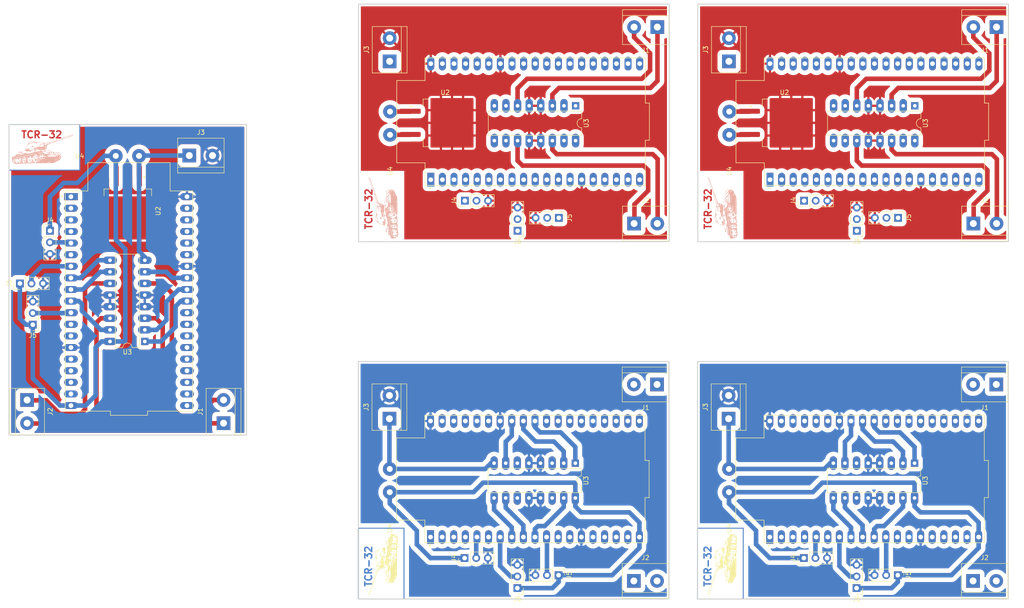
<source format=kicad_pcb>
(kicad_pcb (version 20240108) (generator "pcbnew") (generator_version "8.0")
  (layers (0 "F.Cu" signal) (31 "B.Cu" signal) (34 "B.Paste" user) (35 "F.Paste" user) (36 "B.SilkS" user "B.Silkscreen") (37 "F.SilkS" user "F.Silkscreen") (38 "B.Mask" user) (39 "F.Mask" user) (44 "Edge.Cuts" user))
  (net 0 "")
  (net 1 "Net-(J2-Pin_2)")
  (net 2 "Net-(J2-Pin_1)")
  (net 3 "Net-(J1-Pin_1)")
  (net 4 "Net-(J1-Pin_2)")
  (net 5 "+")
  (net 6 "GND")
  (net 7 "Sr1")
  (net 8 "OUT")
  (net 9 "B1")
  (net 10 "A1")
  (net 11 "A3")
  (net 12 "B2")
  (net 13 "A2")
  (net 14 "B3")
  (net 34 "+5V")
  (net 41 "Sr2")
  (footprint "TerminalBlock:TerminalBlock_bornier-2_P5.08mm" (layer "F.Cu") (at 151.385 106.65 180)
    (property "Reference" "J1")
    (property "Value" "Screw_Terminal_01x02")
  )
  (footprint "" (layer "F.Cu") (at 32.92 56.625)
    (property "Reference" "")
    (property "Value" "")
  )
  (footprint "TerminalBlock:TerminalBlock_bornier-2_P5.08mm" (layer "F.Cu") (at 167.055 114.15 90)
    (property "Reference" "J3")
    (property "Value" "Screw_Terminal_01x02")
  )
  (footprint "Connector_PinHeader_2.54mm:PinHeader_1x03_P2.54mm_Vertical" (layer "F.Cu") (at 204.135 70.1825 -90)
    (property "Reference" "J5")
    (property "Value" "LM393")
  )
  (footprint "" (layer "F.Cu") (at 92.88 125.15 90)
    (property "Reference" "")
    (property "Value" "")
  )
  (footprint "" (layer "F.Cu") (at 92.935 52.0125 90)
    (property "Reference" "")
    (property "Value" "")
  )
  (footprint "huellas:MODULE_DEVKIT_V1_ESP32-WROOM-32" (layer "F.Cu") (at 124.71 49.1325 90)
    (property "Reference" "U4")
    (property "Value" "DEVKIT_V1_ESP32-WROOM-32")
  )
  (footprint "Connector_PinHeader_2.54mm:PinHeader_1x03_P2.54mm_Vertical" (layer "F.Cu") (at 195.055 151.23 180)
    (property "Reference" "J6")
    (property "Value" "Servomotor")
  )
  (footprint "Connector_PinHeader_2.54mm:PinHeader_1x03_P2.54mm_Vertical" (layer "F.Cu") (at 109.265 144.65 90)
    (property "Reference" "J4")
    (property "Value" "Servomotor")
  )
  (footprint "Connector_PinHeader_2.54mm:PinHeader_1x03_P2.54mm_Vertical" (layer "F.Cu") (at 14.75 93.575 180)
    (property "Reference" "J5")
    (property "Value" "LM393")
  )
  (footprint "TerminalBlock:TerminalBlock_bornier-2_P5.08mm" (layer "F.Cu") (at 151.44 28.4325 180)
    (property "Reference" "J1")
    (property "Value" "Screw_Terminal_01x02")
  )
  (footprint "TerminalBlock:TerminalBlock_bornier-2_P5.08mm" (layer "F.Cu") (at 220.61 71.4325)
    (property "Reference" "J2")
    (property "Value" "Screw_Terminal_01x02")
  )
  (footprint "" (layer "F.Cu") (at 92.88 130.23 90)
    (property "Reference" "")
    (property "Value" "")
  )
  (footprint "TerminalBlock:TerminalBlock_bornier-2_P5.08mm" (layer "F.Cu") (at 13.5 110.05 -90)
    (property "Reference" "J2")
    (property "Value" "Screw_Terminal_01x02")
  )
  (footprint "Package_DIP:DIP-16_W7.62mm" (layer "F.Cu") (at 207.805 45.6625 -90)
    (property "Reference" "U3")
    (property "Value" "L293D")
  )
  (footprint "Connector_PinHeader_2.54mm:PinHeader_1x03_P2.54mm_Vertical" (layer "F.Cu") (at 183.515 144.65 90)
    (property "Reference" "J4")
    (property "Value" "Servomotor")
  )
  (footprint "" (layer "F.Cu") (at 92.935 46.9325 90)
    (property "Reference" "")
    (property "Value" "")
  )
  (footprint "Connector_PinHeader_2.54mm:PinHeader_1x03_P2.54mm_Vertical" (layer "F.Cu") (at 18.5 73.01)
    (property "Reference" "J4")
    (property "Value" "Servomotor")
  )
  (footprint "TerminalBlock:TerminalBlock_bornier-2_P5.08mm" (layer "F.Cu") (at 56.5 115.13 90)
    (property "Reference" "J1")
    (property "Value" "Screw_Terminal_01x02")
  )
  (footprint "Connector_PinHeader_2.54mm:PinHeader_1x03_P2.54mm_Vertical" (layer "F.Cu") (at 120.86 73.0125 180)
    (property "Reference" "J6")
    (property "Value" "Servomotor")
  )
  (footprint "TerminalBlock:TerminalBlock_bornier-2_P5.08mm" (layer "F.Cu") (at 225.635 106.65 180)
    (property "Reference" "J1")
    (property "Value" "Screw_Terminal_01x02")
  )
  (footprint "Connector_PinHeader_2.54mm:PinHeader_1x03_P2.54mm_Vertical" (layer "F.Cu") (at 120.805 151.23 180)
    (property "Reference" "J6")
    (property "Value" "Servomotor")
  )
  (footprint "TerminalBlock:TerminalBlock_bornier-2_P5.08mm" (layer "F.Cu") (at 167.11 35.9325 90)
    (property "Reference" "J3")
    (property "Value" "Screw_Terminal_01x02")
  )
  (footprint "Connector_PinHeader_2.54mm:PinHeader_1x03_P2.54mm_Vertical" (layer "F.Cu") (at 204.08 148.4 -90)
    (property "Reference" "J5")
    (property "Value" "LM393")
  )
  (footprint "huellas:MODULE_DEVKIT_V1_ESP32-WROOM-32" (layer "F.Cu") (at 35.8 88.4)
    (property "Reference" "U4")
    (property "Value" "DEVKIT_V1_ESP32-WROOM-32")
  )
  (footprint "huellas:MODULE_DEVKIT_V1_ESP32-WROOM-32" (layer "F.Cu") (at 124.655 127.35 90)
    (property "Reference" "U4")
    (property "Value" "DEVKIT_V1_ESP32-WROOM-32")
  )
  (footprint "TerminalBlock:TerminalBlock_bornier-2_P5.08mm" (layer "F.Cu") (at 92.86 35.9325 90)
    (property "Reference" "J3")
    (property "Value" "Screw_Terminal_01x02")
  )
  (footprint "TerminalBlock:TerminalBlock_bornier-2_P5.08mm" (layer "F.Cu") (at 49 56.55)
    (property "Reference" "J3")
    (property "Value" "Screw_Terminal_01x02")
  )
  (footprint "Package_DIP:DIP-16_W7.62mm" (layer "F.Cu") (at 39.27 97.245 180)
    (property "Reference" "U3")
    (property "Value" "L293D")
  )
  (footprint "" (layer "F.Cu") (at 167.13 130.23 90)
    (property "Reference" "")
    (property "Value" "")
  )
  (footprint "Package_DIP:DIP-16_W7.62mm" (layer "F.Cu") (at 133.555 45.6625 -90)
    (property "Reference" "U3")
    (property "Value" "L293D")
  )
  (footprint "Connector_PinHeader_2.54mm:PinHeader_1x03_P2.54mm_Vertical" (layer "F.Cu") (at 11.92 84.55 90)
    (property "Reference" "J6")
    (property "Value" "Servomotor")
  )
  (footprint "Connector_PinHeader_2.54mm:PinHeader_1x03_P2.54mm_Vertical" (layer "F.Cu") (at 129.83 148.4 -90)
    (property "Reference" "J5")
    (property "Value" "LM393")
  )
  (footprint "TerminalBlock:TerminalBlock_bornier-2_P5.08mm" (layer "F.Cu") (at 220.555 149.65)
    (property "Reference" "J2")
    (property "Value" "Screw_Terminal_01x02")
  )
  (footprint "TerminalBlock:TerminalBlock_bornier-2_P5.08mm" (layer "F.Cu") (at 146.305 149.65)
    (property "Reference" "J2")
    (property "Value" "Screw_Terminal_01x02")
  )
  (footprint "Package_TO_SOT_SMD:TO-263-2" (layer "F.Cu") (at 105.01 49.3925)
    (property "Reference" "U2")
    (property "Value" "L7805")
  )
  (footprint "LOGO" (layer "F.Cu") (at 90.919955 146.180006 90)
    (property "Reference" "G***" (hide yes))
    (property "Value" "LOGO" (hide yes))
  )
  (footprint "Package_DIP:DIP-16_W7.62mm" (layer "F.Cu") (at 207.75 123.88 -90)
    (property "Reference" "U3")
    (property "Value" "L293D")
  )
  (footprint "TerminalBlock:TerminalBlock_bornier-2_P5.08mm" (layer "F.Cu") (at 92.805 114.15 90)
    (property "Reference" "J3")
    (property "Value" "Screw_Terminal_01x02")
  )
  (footprint "" (layer "F.Cu") (at 167.185 52.0125 90)
    (property "Reference" "")
    (property "Value" "")
  )
  (footprint "Connector_PinHeader_2.54mm:PinHeader_1x03_P2.54mm_Vertical" (layer "F.Cu") (at 109.32 66.4325 90)
    (property "Reference" "J4")
    (property "Value" "Servomotor")
  )
  (footprint "Package_DIP:DIP-16_W7.62mm" (layer "F.Cu") (at 133.5 123.88 -90)
    (property "Reference" "U3")
    (property "Value" "L293D")
  )
  (footprint "" (layer "F.Cu") (at 167.13 125.15 90)
    (property "Reference" "")
    (property "Value" "")
  )
  (footprint "" (layer "F.Cu") (at 38 56.625)
    (property "Reference" "")
    (property "Value" "")
  )
  (footprint "Connector_PinHeader_2.54mm:PinHeader_1x03_P2.54mm_Vertical" (layer "F.Cu") (at 129.885 70.1825 -90)
    (property "Reference" "J5")
    (property "Value" "LM393")
  )
  (footprint "Connector_PinHeader_2.54mm:PinHeader_1x03_P2.54mm_Vertical" (layer "F.Cu") (at 195.11 73.0125 180)
    (property "Reference" "J6")
    (property "Value" "Servomotor")
  )
  (footprint "LOGO" (layer "F.Cu") (at 165.169955 146.180006 90)
    (property "Reference" "G***" (hide yes))
    (property "Value" "LOGO" (hide yes))
  )
  (footprint "Package_TO_SOT_SMD:TO-263-2" (layer "F.Cu") (at 179.26 49.3925)
    (property "Reference" "U2")
    (property "Value" "L7805")
  )
  (footprint "" (layer "F.Cu") (at 167.185 46.9325 90)
    (property "Reference" "")
    (property "Value" "")
  )
  (footprint "TerminalBlock:TerminalBlock_bornier-2_P5.08mm" (layer "F.Cu") (at 225.69 28.4325 180)
    (property "Reference" "J1")
    (property "Value" "Screw_Terminal_01x02")
  )
  (footprint "huellas:MODULE_DEVKIT_V1_ESP32-WROOM-32" (layer "F.Cu") (at 198.905 127.35 90)
    (property "Reference" "U4")
    (property "Value" "DEVKIT_V1_ESP32-WROOM-32")
  )
  (footprint "Package_TO_SOT_SMD:TO-263-2" (layer "F.Cu") (at 35.54 68.7 -90)
    (property "Reference" "U2")
    (property "Value" "L7805")
  )
  (footprint "TerminalBlock:TerminalBlock_bornier-2_P5.08mm" (layer "F.Cu") (at 146.36 71.4325)
    (property "Reference" "J2")
    (property "Value" "Screw_Terminal_01x02")
  )
  (footprint "huellas:MODULE_DEVKIT_V1_ESP32-WROOM-32" (layer "F.Cu") (at 198.96 49.1325 90)
    (property "Reference" "U4")
    (property "Value" "DEVKIT_V1_ESP32-WROOM-32")
  )
  (footprint "Connector_PinHeader_2.54mm:PinHeader_1x03_P2.54mm_Vertical" (layer "F.Cu") (at 183.57 66.4325 90)
    (property "Reference" "J4")
    (property "Value" "Servomotor")
  )
  (footprint "LOGO" (layer "B.Cu") (at 165.224955 67.962506 -90)
    (property "Reference" "G***" (hide yes))
    (property "Value" "LOGO" (hide yes))
  )
  (footprint "LOGO" (layer "B.Cu") (at 16.969994 54.664955 180)
    (property "Reference" "G***" (hide yes))
    (property "Value" "LOGO" (hide yes))
  )
  (footprint "LOGO" (layer "B.Cu") (at 90.974955 67.962506 -90)
    (property "Reference" "G***" (hide yes))
    (property "Value" "LOGO" (hide yes))
  )
  (gr_line (start 170.25 153.6175) (end 170.25 138.1175) (stroke (width 0.2)) (layer "B.Cu"))
  (gr_line (start 96 138.1175) (end 86 138.1175) (stroke (width 0.2)) (layer "B.Cu"))
  (gr_line (start 170.25 138.1175) (end 160.25 138.1175) (stroke (width 0.2)) (layer "B.Cu"))
  (gr_line (start 25.0325 59.745) (end 25.0325 49.745) (stroke (width 0.2)) (layer "B.Cu"))
  (gr_line (start 160.25 138.1175) (end 160.25 153.6175) (stroke (width 0.2)) (layer "B.Cu"))
  (gr_line (start 25.0325 49.745) (end 9.5325 49.745) (stroke (width 0.2)) (layer "B.Cu"))
  (gr_line (start 96 153.6175) (end 96 138.1175) (stroke (width 0.2)) (layer "B.Cu"))
  (gr_line (start 86 138.1175) (end 86 153.6175) (stroke (width 0.2)) (layer "B.Cu"))
  (gr_line (start 9.5325 59.745) (end 25.0325 59.745) (stroke (width 0.2)) (layer "B.Cu"))
  (gr_rect (start 86.055 23.4) (end 154.055 75.4) (stroke (width 0.2)) (fill none) (layer "Edge.Cuts"))
  (gr_rect (start 9.5325 49.745) (end 61.5325 117.745) (stroke (width 0.2)) (fill none) (layer "Edge.Cuts"))
  (gr_rect (start 160.305 23.4) (end 228.305 75.4) (stroke (width 0.2)) (fill none) (layer "Edge.Cuts"))
  (gr_rect (start 160.25 101.6175) (end 228.25 153.6175) (stroke (width 0.2)) (fill none) (layer "Edge.Cuts"))
  (gr_rect (start 86 101.6175) (end 154 153.6175) (stroke (width 0.2)) (fill none) (layer "Edge.Cuts"))
  (gr_text "TCR-32" (at 12.075326 52.857546 0) (layer "F.Cu") (effects (font (size 1.5 1.5) (thickness 0.3) (bold yes)) (justify left bottom)))
  (gr_text "TCR-32" (at 89.167546 72.857174 90) (layer "F.Cu") (effects (font (size 1.5 1.5) (thickness 0.3) (bold yes)) (justify left bottom)))
  (gr_text "TCR-32" (at 163.417546 72.857174 90) (layer "F.Cu") (effects (font (size 1.5 1.5) (thickness 0.3) (bold yes)) (justify left bottom)))
  (gr_text "TCR-32" (at 89.112546 151.074674 90) (layer "B.Cu") (effects (font (size 1.5 1.5) (thickness 0.3) (bold yes)) (justify left bottom)))
  (gr_text "TCR-32" (at 163.362546 151.074674 90) (layer "B.Cu") (effects (font (size 1.5 1.5) (thickness 0.3) (bold yes)) (justify left bottom)))
  (segment (start 13.575 115.205) (end 27.605 115.205) (width 1) (layer "F.Cu") (net 1))
  (segment (start 13.5 115.13) (end 13.575 115.205) (width 1) (layer "F.Cu") (net 1))
  (segment (start 151.44 71.4325) (end 151.515 71.3575) (width 1) (layer "F.Cu") (net 1))
  (segment (start 29.645 92.165) (end 31.65 92.165) (width 1) (layer "F.Cu") (net 1))
  (segment (start 225.69 71.4325) (end 225.765 71.3575) (width 1) (layer "F.Cu") (net 1))
  (segment (start 28.685 93.125) (end 29.645 92.165) (width 1) (layer "F.Cu") (net 1))
  (segment (start 27.605 115.205) (end 28.685 114.125) (width 1) (layer "F.Cu") (net 1))
  (segment (start 202.725 55.2875) (end 202.725 53.2825) (width 1) (layer "F.Cu") (net 1))
  (segment (start 224.685 56.2475) (end 203.685 56.2475) (width 1) (layer "F.Cu") (net 1))
  (segment (start 225.765 57.3275) (end 224.685 56.2475) (width 1) (layer "F.Cu") (net 1))
  (segment (start 151.515 57.3275) (end 150.435 56.2475) (width 1) (layer "F.Cu") (net 1))
  (segment (start 150.435 56.2475) (end 129.435 56.2475) (width 1) (layer "F.Cu") (net 1))
  (segment (start 151.515 71.3575) (end 151.515 57.3275) (width 1) (layer "F.Cu") (net 1))
  (segment (start 128.475 55.2875) (end 128.475 53.2825) (width 1) (layer "F.Cu") (net 1))
  (segment (start 225.765 71.3575) (end 225.765 57.3275) (width 1) (layer "F.Cu") (net 1))
  (segment (start 129.435 56.2475) (end 128.475 55.2875) (width 1) (layer "F.Cu") (net 1))
  (segment (start 28.685 114.125) (end 28.685 93.125) (width 1) (layer "F.Cu") (net 1))
  (segment (start 203.685 56.2475) (end 202.725 55.2875) (width 1) (layer "F.Cu") (net 1))
  (segment (start 223.685 59.7475) (end 223.685 64.2475) (width 1) (layer "F.Cu") (net 2))
  (segment (start 148.435 58.7475) (end 149.435 59.7475) (width 1) (layer "F.Cu") (net 2))
  (segment (start 146.435 67.2475) (end 146.435 71.3575) (width 1) (layer "F.Cu") (net 2))
  (segment (start 196.185 58.7475) (end 222.685 58.7475) (width 1) (layer "F.Cu") (net 2))
  (segment (start 13.575 110.125) (end 13.5 110.05) (width 1) (layer "F.Cu") (net 2))
  (segment (start 149.435 59.7475) (end 149.435 64.2475) (width 1) (layer "F.Cu") (net 2))
  (segment (start 31.65 84.545) (end 27.265 84.545) (width 1) (layer "F.Cu") (net 2))
  (segment (start 17.685 110.125) (end 13.575 110.125) (width 1) (layer "F.Cu") (net 2))
  (segment (start 220.685 71.3575) (end 220.61 71.4325) (width 1) (layer "F.Cu") (net 2))
  (segment (start 20.685 113.125) (end 17.685 110.125) (width 1) (layer "F.Cu") (net 2))
  (segment (start 121.935 58.7475) (end 148.435 58.7475) (width 1) (layer "F.Cu") (net 2))
  (segment (start 26.185 85.625) (end 26.185 112.125) (width 1) (layer "F.Cu") (net 2))
  (segment (start 195.105 57.6675) (end 196.185 58.7475) (width 1) (layer "F.Cu") (net 2))
  (segment (start 146.435 71.3575) (end 146.36 71.4325) (width 1) (layer "F.Cu") (net 2))
  (segment (start 120.855 57.6675) (end 121.935 58.7475) (width 1) (layer "F.Cu") (net 2))
  (segment (start 26.185 112.125) (end 25.185 113.125) (width 1) (layer "F.Cu") (net 2))
  (segment (start 222.685 58.7475) (end 223.685 59.7475) (width 1) (layer "F.Cu") (net 2))
  (segment (start 223.685 64.2475) (end 220.685 67.2475) (width 1) (layer "F.Cu") (net 2))
  (segment (start 27.265 84.545) (end 26.185 85.625) (width 1) (layer "F.Cu") (net 2))
  (segment (start 149.435 64.2475) (end 146.435 67.2475) (width 1) (layer "F.Cu") (net 2))
  (segment (start 195.105 53.2825) (end 195.105 57.6675) (width 1) (layer "F.Cu") (net 2))
  (segment (start 220.685 67.2475) (end 220.685 71.3575) (width 1) (layer "F.Cu") (net 2))
  (segment (start 25.185 113.125) (end 20.685 113.125) (width 1) (layer "F.Cu") (net 2))
  (segment (start 120.855 53.2825) (end 120.855 57.6675) (width 1) (layer "F.Cu") (net 2))
  (segment (start 202.725 43.2075) (end 202.725 45.6625) (width 1) (layer "F.Cu") (net 3))
  (segment (start 149.935 41.7475) (end 129.935 41.7475) (width 1) (layer "F.Cu") (net 3))
  (segment (start 44.725 115.165) (end 43.185 113.625) (width 1) (layer "F.Cu") (net 3))
  (segment (start 56.465 115.165) (end 44.725 115.165) (width 1) (layer "F.Cu") (net 3))
  (segment (start 43.185 93.625) (end 41.725 92.165) (width 1) (layer "F.Cu") (net 3))
  (segment (start 225.69 28.4325) (end 225.725 28.4675) (width 1) (layer "F.Cu") (net 3))
  (segment (start 151.475 40.2075) (end 149.935 41.7475) (width 1) (layer "F.Cu") (net 3))
  (segment (start 128.475 43.2075) (end 128.475 45.6625) (width 1) (layer "F.Cu") (net 3))
  (segment (start 43.185 113.625) (end 43.185 93.625) (width 1) (layer "F.Cu") (net 3))
  (segment (start 225.725 28.4675) (end 225.725 40.2075) (width 1) (layer "F.Cu") (net 3))
  (segment (start 151.44 28.4325) (end 151.475 28.4675) (width 1) (layer "F.Cu") (net 3))
  (segment (start 204.185 41.7475) (end 202.725 43.2075) (width 1) (layer "F.Cu") (net 3))
  (segment (start 151.475 28.4675) (end 151.475 40.2075) (width 1) (layer "F.Cu") (net 3))
  (segment (start 129.935 41.7475) (end 128.475 43.2075) (width 1) (layer "F.Cu") (net 3))
  (segment (start 41.725 92.165) (end 39.27 92.165) (width 1) (layer "F.Cu") (net 3))
  (segment (start 56.5 115.13) (end 56.465 115.165) (width 1) (layer "F.Cu") (net 3))
  (segment (start 224.185 41.7475) (end 204.185 41.7475) (width 1) (layer "F.Cu") (net 3))
  (segment (start 225.725 40.2075) (end 224.185 41.7475) (width 1) (layer "F.Cu") (net 3))
  (segment (start 220.61 30.6725) (end 220.61 28.4325) (width 1) (layer "F.Cu") (net 4))
  (segment (start 222.295 39.7475) (end 224.11 37.9325) (width 1) (layer "F.Cu") (net 4))
  (segment (start 43.105 84.545) (end 45.185 86.625) (width 1) (layer "F.Cu") (net 4))
  (segment (start 45.185 111.735) (end 47 113.55) (width 1) (layer "F.Cu") (net 4))
  (segment (start 45.185 86.625) (end 45.185 111.735) (width 1) (layer "F.Cu") (net 4))
  (segment (start 146.36 30.6725) (end 146.36 28.4325) (width 1) (layer "F.Cu") (net 4))
  (segment (start 149.86 34.1725) (end 146.36 30.6725) (width 1) (layer "F.Cu") (net 4))
  (segment (start 54.26 110.05) (end 56.5 110.05) (width 1) (layer "F.Cu") (net 4))
  (segment (start 149.86 37.9325) (end 149.86 34.1725) (width 1) (layer "F.Cu") (net 4))
  (segment (start 195.105 41.8275) (end 197.185 39.7475) (width 1) (layer "F.Cu") (net 4))
  (segment (start 39.27 84.545) (end 43.105 84.545) (width 1) (layer "F.Cu") (net 4))
  (segment (start 224.11 34.1725) (end 220.61 30.6725) (width 1) (layer "F.Cu") (net 4))
  (segment (start 47 113.55) (end 50.76 113.55) (width 1) (layer "F.Cu") (net 4))
  (segment (start 197.185 39.7475) (end 222.295 39.7475) (width 1) (layer "F.Cu") (net 4))
  (segment (start 122.935 39.7475) (end 148.045 39.7475) (width 1) (layer "F.Cu") (net 4))
  (segment (start 195.105 45.6625) (end 195.105 41.8275) (width 1) (layer "F.Cu") (net 4))
  (segment (start 120.855 41.8275) (end 122.935 39.7475) (width 1) (layer "F.Cu") (net 4))
  (segment (start 148.045 39.7475) (end 149.86 37.9325) (width 1) (layer "F.Cu") (net 4))
  (segment (start 50.76 113.55) (end 54.26 110.05) (width 1) (layer "F.Cu") (net 4))
  (segment (start 120.855 45.6625) (end 120.855 41.8275) (width 1) (layer "F.Cu") (net 4))
  (segment (start 224.11 37.9325) (end 224.11 34.1725) (width 1) (layer "F.Cu") (net 4))
  (segment (start 38 61.05) (end 38 56.625) (width 1) (layer "F.Cu") (net 5))
  (segment (start 171.61 46.9325) (end 167.185 46.9325) (width 1) (layer "F.Cu") (net 5))
  (segment (start 97.36 46.9325) (end 92.935 46.9325) (width 1) (layer "F.Cu") (net 5))
  (segment (start 115.72 123.88) (end 115.035 123.88) (width 1) (layer "B.Cu") (net 5))
  (segment (start 39.27 78.78) (end 38 77.51) (width 1) (layer "B.Cu") (net 5))
  (segment (start 38.075 56.55) (end 38 56.625) (width 1) (layer "B.Cu") (net 5))
  (segment (start 92.805 125.075) (end 92.88 125.15) (width 1) (layer "B.Cu") (net 5))
  (segment (start 189.285 123.88) (end 188.015 125.15) (width 1) (layer "B.Cu") (net 5))
  (segment (start 167.055 114.15) (end 167.055 125.075) (width 1) (layer "B.Cu") (net 5))
  (segment (start 188.015 125.15) (end 167.13 125.15) (width 1) (layer "B.Cu") (net 5))
  (segment (start 39.27 79.465) (end 39.27 78.78) (width 1) (layer "B.Cu") (net 5))
  (segment (start 167.055 125.075) (end 167.13 125.15) (width 1) (layer "B.Cu") (net 5))
  (segment (start 115.035 123.88) (end 113.765 125.15) (width 1) (layer "B.Cu") (net 5))
  (segment (start 49 56.55) (end 38.075 56.55) (width 1) (layer "B.Cu") (net 5))
  (segment (start 189.97 123.88) (end 189.285 123.88) (width 1) (layer "B.Cu") (net 5))
  (segment (start 92.805 114.15) (end 92.805 125.075) (width 1) (layer "B.Cu") (net 5))
  (segment (start 113.765 125.15) (end 92.88 125.15) (width 1) (layer "B.Cu") (net 5))
  (segment (start 38 77.51) (end 38 56.625) (width 1) (layer "B.Cu") (net 5))
  (segment (start 120.805 146.15) (end 120.805 145.65) (width 1) (layer "B.Cu") (net 6))
  (segment (start 195.055 146.15) (end 195.055 145.65) (width 1) (layer "B.Cu") (net 6))
  (segment (start 17 84.55) (end 17.5 84.55) (width 1) (layer "B.Cu") (net 6))
  (segment (start 186.055 140.21) (end 186.215 140.05) (width 1) (layer "B.Cu") (net 7))
  (segment (start 111.805 144.65) (end 111.805 140.21) (width 1) (layer "B.Cu") (net 7))
  (segment (start 18.5 75.55) (end 22.94 75.55) (width 1) (layer "B.Cu") (net 7))
  (segment (start 22.94 75.55) (end 23.1 75.71) (width 1) (layer "B.Cu") (net 7))
  (segment (start 111.805 140.21) (end 111.965 140.05) (width 1) (layer "B.Cu") (net 7))
  (segment (start 186.055 144.65) (end 186.055 140.21) (width 1) (layer "B.Cu") (net 7))
  (segment (start 127.29 148.4) (end 127.29 140.135) (width 1) (layer "B.Cu") (net 8))
  (segment (start 14.75 91.035) (end 23.015 91.035) (width 1) (layer "B.Cu") (net 8))
  (segment (start 127.29 140.135) (end 127.205 140.05) (width 1) (layer "B.Cu") (net 8))
  (segment (start 201.54 140.135) (end 201.455 140.05) (width 1) (layer "B.Cu") (net 8))
  (segment (start 201.54 148.4) (end 201.54 140.135) (width 1) (layer "B.Cu") (net 8))
  (segment (start 23.015 91.035) (end 23.1 90.95) (width 1) (layer "B.Cu") (net 8))
  (segment (start 130.96 133.495) (end 126.805 137.65) (width 1) (layer "B.Cu") (net 9))
  (segment (start 205.21 131.5) (end 205.21 133.495) (width 1) (layer "B.Cu") (net 9))
  (segment (start 25.5 89.05) (end 24.86 88.41) (width 1) (layer "B.Cu") (net 9))
  (segment (start 199.555 137.65) (end 198.915 138.29) (width 1) (layer "B.Cu") (net 9))
  (segment (start 125.305 137.65) (end 124.665 138.29) (width 1) (layer "B.Cu") (net 9))
  (segment (start 124.665 138.29) (end 124.665 140.05) (width 1) (layer "B.Cu") (net 9))
  (segment (start 31.65 94.705) (end 29.655 94.705) (width 1) (layer "B.Cu") (net 9))
  (segment (start 198.915 138.29) (end 198.915 140.05) (width 1) (layer "B.Cu") (net 9))
  (segment (start 25.5 90.55) (end 25.5 89.05) (width 1) (layer "B.Cu") (net 9))
  (segment (start 24.86 88.41) (end 23.1 88.41) (width 1) (layer "B.Cu") (net 9))
  (segment (start 29.655 94.705) (end 25.5 90.55) (width 1) (layer "B.Cu") (net 9))
  (segment (start 126.805 137.65) (end 125.305 137.65) (width 1) (layer "B.Cu") (net 9))
  (segment (start 130.96 131.5) (end 130.96 133.495) (width 1) (layer "B.Cu") (net 9))
  (segment (start 205.21 133.495) (end 201.055 137.65) (width 1) (layer "B.Cu") (net 9))
  (segment (start 201.055 137.65) (end 199.555 137.65) (width 1) (layer "B.Cu") (net 9))
  (segment (start 199.055 119.15) (end 203.055 119.15) (width 1) (layer "B.Cu") (net 10))
  (segment (start 41.845 94.705) (end 39.27 94.705) (width 1) (layer "B.Cu") (net 10))
  (segment (start 203.055 119.15) (end 205.21 121.305) (width 1) (layer "B.Cu") (net 10))
  (segment (start 44 88.55) (end 44 92.55) (width 1) (layer "B.Cu") (net 10))
  (segment (start 122.125 116.47) (end 124.805 119.15) (width 1) (layer "B.Cu") (net 10))
  (segment (start 196.375 114.65) (end 196.375 116.47) (width 1) (layer "B.Cu") (net 10))
  (segment (start 196.375 116.47) (end 199.055 119.15) (width 1) (layer "B.Cu") (net 10))
  (segment (start 124.805 119.15) (end 128.805 119.15) (width 1) (layer "B.Cu") (net 10))
  (segment (start 130.96 121.305) (end 130.96 123.88) (width 1) (layer "B.Cu") (net 10))
  (segment (start 128.805 119.15) (end 130.96 121.305) (width 1) (layer "B.Cu") (net 10))
  (segment (start 48.5 85.87) (end 46.68 85.87) (width 1) (layer "B.Cu") (net 10))
  (segment (start 46.68 85.87) (end 44 88.55) (width 1) (layer "B.Cu") (net 10))
  (segment (start 205.21 121.305) (end 205.21 123.88) (width 1) (layer "B.Cu") (net 10))
  (segment (start 122.125 114.65) (end 122.125 116.47) (width 1) (layer "B.Cu") (net 10))
  (segment (start 44 92.55) (end 41.845 94.705) (width 1) (layer "B.Cu") (net 10))
  (segment (start 204.555 117.15) (end 200.055 117.15) (width 1) (layer "B.Cu") (net 11))
  (segment (start 200.055 117.15) (end 198.915 116.01) (width 1) (layer "B.Cu") (net 11))
  (segment (start 47.14 88.41) (end 48.5 88.41) (width 1) (layer "B.Cu") (net 11))
  (segment (start 39.27 97.245) (end 42.805 97.245) (width 1) (layer "B.Cu") (net 11))
  (segment (start 198.915 116.01) (end 198.915 114.65) (width 1) (layer "B.Cu") (net 11))
  (segment (start 207.75 120.345) (end 204.555 117.15) (width 1) (layer "B.Cu") (net 11))
  (segment (start 133.5 123.88) (end 133.5 120.345) (width 1) (layer "B.Cu") (net 11))
  (segment (start 42.805 97.245) (end 46 94.05) (width 1) (layer "B.Cu") (net 11))
  (segment (start 46 89.55) (end 47.14 88.41) (width 1) (layer "B.Cu") (net 11))
  (segment (start 133.5 120.345) (end 130.305 117.15) (width 1) (layer "B.Cu") (net 11))
  (segment (start 124.665 116.01) (end 124.665 114.65) (width 1) (layer "B.Cu") (net 11))
  (segment (start 130.305 117.15) (end 125.805 117.15) (width 1) (layer "B.Cu") (net 11))
  (segment (start 46 94.05) (end 46 89.55) (width 1) (layer "B.Cu") (net 11))
  (segment (start 207.75 123.88) (end 207.75 120.345) (width 1) (layer "B.Cu") (net 11))
  (segment (start 125.805 117.15) (end 124.665 116.01) (width 1) (layer "B.Cu") (net 11))
  (segment (start 31.65 82.005) (end 29.545 82.005) (width 1) (layer "B.Cu") (net 12))
  (segment (start 122.125 137.47) (end 122.125 140.05) (width 1) (layer "B.Cu") (net 12))
  (segment (start 192.51 131.5) (end 192.51 133.605) (width 1) (layer "B.Cu") (net 12))
  (segment (start 196.375 137.47) (end 196.375 140.05) (width 1) (layer "B.Cu") (net 12))
  (segment (start 118.26 133.605) (end 122.125 137.47) (width 1) (layer "B.Cu") (net 12))
  (segment (start 118.26 131.5) (end 118.26 133.605) (width 1) (layer "B.Cu") (net 12))
  (segment (start 25.68 85.87) (end 23.1 85.87) (width 1) (layer "B.Cu") (net 12))
  (segment (start 192.51 133.605) (end 196.375 137.47) (width 1) (layer "B.Cu") (net 12))
  (segment (start 29.545 82.005) (end 25.68 85.87) (width 1) (layer "B.Cu") (net 12))
  (segment (start 48.5 83.33) (end 45.28 83.33) (width 1) (layer "B.Cu") (net 13))
  (segment (start 192.51 119.195) (end 192.51 123.88) (width 1) (layer "B.Cu") (net 13))
  (segment (start 43.955 82.005) (end 39.27 82.005) (width 1) (layer "B.Cu") (net 13))
  (segment (start 119.585 114.65) (end 119.585 117.87) (width 1) (layer "B.Cu") (net 13))
  (segment (start 118.26 119.195) (end 118.26 123.88) (width 1) (layer "B.Cu") (net 13))
  (segment (start 193.835 117.87) (end 192.51 119.195) (width 1) (layer "B.Cu") (net 13))
  (segment (start 45.28 83.33) (end 43.955 82.005) (width 1) (layer "B.Cu") (net 13))
  (segment (start 119.585 117.87) (end 118.26 119.195) (width 1) (layer "B.Cu") (net 13))
  (segment (start 193.835 114.65) (end 193.835 117.87) (width 1) (layer "B.Cu") (net 13))
  (segment (start 193.835 140.05) (end 193.835 137.93) (width 1) (layer "B.Cu") (net 14))
  (segment (start 193.835 137.93) (end 189.97 134.065) (width 1) (layer "B.Cu") (net 14))
  (segment (start 119.585 140.05) (end 119.585 137.93) (width 1) (layer "B.Cu") (net 14))
  (segment (start 115.72 134.065) (end 115.72 131.5) (width 1) (layer "B.Cu") (net 14))
  (segment (start 119.585 137.93) (end 115.72 134.065) (width 1) (layer "B.Cu") (net 14))
  (segment (start 189.97 134.065) (end 189.97 131.5) (width 1) (layer "B.Cu") (net 14))
  (segment (start 29.085 79.465) (end 31.65 79.465) (width 1) (layer "B.Cu") (net 14))
  (segment (start 23.1 83.33) (end 25.22 83.33) (width 1) (layer "B.Cu") (net 14))
  (segment (start 25.22 83.33) (end 29.085 79.465) (width 1) (layer "B.Cu") (net 14))
  (segment (start 32.92 61.05) (end 32.92 56.625) (width 1) (layer "F.Cu") (net 34))
  (segment (start 171.61 52.0125) (end 167.185 52.0125) (width 1) (layer "F.Cu") (net 34))
  (segment (start 97.36 52.0125) (end 92.935 52.0125) (width 1) (layer "F.Cu") (net 34))
  (segment (start 145.305 134.65) (end 134.805 134.65) (width 1) (layer "B.Cu") (net 34))
  (segment (start 128.475 151.23) (end 129.83 149.875) (width 1) (layer "B.Cu") (net 34))
  (segment (start 32.92 74.97) (end 35 77.05) (width 1) (layer "B.Cu") (net 34))
  (segment (start 187.555 128.15) (end 207.555 128.15) (width 1) (layer "B.Cu") (net 34))
  (segment (start 18.5 65.55) (end 21.5 62.55) (width 1) (layer "B.Cu") (net 34))
  (segment (start 20.72 111.27) (end 14.75 105.3) (width 1) (layer "B.Cu") (net 34))
  (segment (start 28.5 98.55) (end 29.805 97.245) (width 1) (layer "B.Cu") (net 34))
  (segment (start 215.805 148.4) (end 204.08 148.4) (width 1) (layer "B.Cu") (net 34))
  (segment (start 101.805 144.65) (end 98.805 141.65) (width 1) (layer "B.Cu") (net 34))
  (segment (start 30.425 56.625) (end 32.92 56.625) (width 1) (layer "B.Cu") (net 34))
  (segment (start 13.275 93.575) (end 14.75 93.575) (width 1) (layer "B.Cu") (net 34))
  (segment (start 173.055 141.65) (end 173.055 138.65) (width 1) (layer "B.Cu") (net 34))
  (segment (start 129.83 149.875) (end 129.83 148.4) (width 1) (layer "B.Cu") (net 34))
  (segment (start 92.88 132.725) (end 92.88 130.23) (width 1) (layer "B.Cu") (net 34))
  (segment (start 147.525 140.05) (end 147.525 136.87) (width 1) (layer "B.Cu") (net 34))
  (segment (start 34.805 97.245) (end 31.65 97.245) (width 1) (layer "B.Cu") (net 34))
  (segment (start 219.555 134.65) (end 209.055 134.65) (width 1) (layer "B.Cu") (net 34))
  (segment (start 147.525 136.87) (end 145.305 134.65) (width 1) (layer "B.Cu") (net 34))
  (segment (start 207.75 133.345) (end 207.75 131.5) (width 1) (layer "B.Cu") (net 34))
  (segment (start 29.805 97.245) (end 31.65 97.245) (width 1) (layer "B.Cu") (net 34))
  (segment (start 221.775 140.05) (end 221.775 142.43) (width 1) (layer "B.Cu") (net 34))
  (segment (start 11.92 92.22) (end 13.275 93.575) (width 1) (layer "B.Cu") (net 34))
  (segment (start 23.1 111.27) (end 20.72 111.27) (width 1) (layer "B.Cu") (net 34))
  (segment (start 209.055 134.65) (end 207.75 133.345) (width 1) (layer "B.Cu") (net 34))
  (segment (start 167.13 132.725) (end 167.13 130.23) (width 1) (layer "B.Cu") (net 34))
  (segment (start 109.265 144.65) (end 101.805 144.65) (width 1) (layer "B.Cu") (net 34))
  (segment (start 11.92 84.55) (end 11.92 92.22) (width 1) (layer "B.Cu") (net 34))
  (segment (start 24.5 62.55) (end 30.425 56.625) (width 1) (layer "B.Cu") (net 34))
  (segment (start 221.775 140.05) (end 221.775 136.87) (width 1) (layer "B.Cu") (net 34))
  (segment (start 26.28 111.27) (end 28.5 109.05) (width 1) (layer "B.Cu") (net 34))
  (segment (start 207.75 128.345) (end 207.75 131.5) (width 1) (layer "B.Cu") (net 34))
  (segment (start 120.805 151.23) (end 128.475 151.23) (width 1) (layer "B.Cu") (net 34))
  (segment (start 133.5 133.345) (end 133.5 131.5) (width 1) (layer "B.Cu") (net 34))
  (segment (start 18.5 73.01) (end 18.5 65.55) (width 1) (layer "B.Cu") (net 34))
  (segment (start 202.725 151.23) (end 204.08 149.875) (width 1) (layer "B.Cu") (net 34))
  (segment (start 147.525 140.05) (end 147.525 142.43) (width 1) (layer "B.Cu") (net 34))
  (segment (start 98.805 138.65) (end 92.88 132.725) (width 1) (layer "B.Cu") (net 34))
  (segment (start 167.13 130.23) (end 185.475 130.23) (width 1) (layer "B.Cu") (net 34))
  (segment (start 195.055 151.23) (end 202.725 151.23) (width 1) (layer "B.Cu") (net 34))
  (segment (start 21.5 62.55) (end 24.5 62.55) (width 1) (layer "B.Cu") (net 34))
  (segment (start 183.515 144.65) (end 176.055 144.65) (width 1) (layer "B.Cu") (net 34))
  (segment (start 173.055 138.65) (end 167.13 132.725) (width 1) (layer "B.Cu") (net 34))
  (segment (start 35 97.05) (end 34.805 97.245) (width 1) (layer "B.Cu") (net 34))
  (segment (start 204.08 149.875) (end 204.08 148.4) (width 1) (layer "B.Cu") (net 34))
  (segment (start 134.805 134.65) (end 133.5 133.345) (width 1) (layer "B.Cu") (net 34))
  (segment (start 92.88 130.23) (end 111.225 130.23) (width 1) (layer "B.Cu") (net 34))
  (segment (start 35 77.05) (end 35 97.05) (width 1) (layer "B.Cu") (net 34))
  (segment (start 133.5 128.345) (end 133.5 131.5) (width 1) (layer "B.Cu") (net 34))
  (segment (start 23.1 111.27) (end 26.28 111.27) (width 1) (layer "B.Cu") (net 34))
  (segment (start 14.75 105.3) (end 14.75 93.575) (width 1) (layer "B.Cu") (net 34))
  (segment (start 133.305 128.15) (end 133.5 128.345) (width 1) (layer "B.Cu") (net 34))
  (segment (start 98.805 141.65) (end 98.805 138.65) (width 1) (layer "B.Cu") (net 34))
  (segment (start 32.92 56.625) (end 32.92 74.97) (width 1) (layer "B.Cu") (net 34))
  (segment (start 141.555 148.4) (end 129.83 148.4) (width 1) (layer "B.Cu") (net 34))
  (segment (start 207.555 128.15) (end 207.75 128.345) (width 1) (layer "B.Cu") (net 34))
  (segment (start 147.525 142.43) (end 141.555 148.4) (width 1) (layer "B.Cu") (net 34))
  (segment (start 111.225 130.23) (end 113.305 128.15) (width 1) (layer "B.Cu") (net 34))
  (segment (start 113.305 128.15) (end 133.305 128.15) (width 1) (layer "B.Cu") (net 34))
  (segment (start 176.055 144.65) (end 173.055 141.65) (width 1) (layer "B.Cu") (net 34))
  (segment (start 221.775 142.43) (end 215.805 148.4) (width 1) (layer "B.Cu") (net 34))
  (segment (start 28.5 109.05) (end 28.5 98.55) (width 1) (layer "B.Cu") (net 34))
  (segment (start 221.775 136.87) (end 219.555 134.65) (width 1) (layer "B.Cu") (net 34))
  (segment (start 185.475 130.23) (end 187.555 128.15) (width 1) (layer "B.Cu") (net 34))
  (segment (start 14.46 83.09) (end 16.76 80.79) (width 1) (layer "B.Cu") (net 41))
  (segment (start 191.295 146.39) (end 191.295 140.05) (width 1) (layer "B.Cu") (net 41))
  (segment (start 14.46 84.55) (end 14.46 83.09) (width 1) (layer "B.Cu") (net 41))
  (segment (start 120.805 148.69) (end 119.345 148.69) (width 1) (layer "B.Cu") (net 41))
  (segment (start 195.055 148.69) (end 193.595 148.69) (width 1) (layer "B.Cu") (net 41))
  (segment (start 117.045 146.39) (end 117.045 140.05) (width 1) (layer "B.Cu") (net 41))
  (segment (start 119.345 148.69) (end 117.045 146.39) (width 1) (layer "B.Cu") (net 41))
  (segment (start 193.595 148.69) (end 191.295 146.39) (width 1) (layer "B.Cu") (net 41))
  (segment (start 16.76 80.79) (end 23.1 80.79) (width 1) (layer "B.Cu") (net 41))
  (zone (net 6) (net_name "GND") (layer "F.Cu") (priority 1) (connect_pads (clearance 1)) (min_thickness 0.25) (fill yes (thermal_gap 0.5) (thermal_bridge_width 0.5) (island_removal_mode 1) (island_area_min 10))
    (polygon (pts (xy 25.0325 49.745) (xy 61.5325 49.745) (xy 61.5325 117.745) (xy 9.5325 117.745) (xy 9.5325 59.745) (xy 25.0325 59.745)))
  )
  (zone (net 6) (net_name "GND") (layer "F.Cu") (priority 1) (connect_pads (clearance 1)) (min_thickness 0.25) (fill yes (thermal_gap 0.5) (thermal_bridge_width 0.5) (island_removal_mode 1) (island_area_min 10))
    (polygon (pts (xy 160.305 59.9) (xy 160.305 23.4) (xy 228.305 23.4) (xy 228.305 75.4) (xy 170.305 75.4) (xy 170.305 59.9)))
  )
  (zone (net 6) (net_name "GND") (layer "F.Cu") (priority 1) (connect_pads (clearance 1)) (min_thickness 0.25) (fill yes (thermal_gap 0.5) (thermal_bridge_width 0.5) (island_removal_mode 1) (island_area_min 10))
    (polygon (pts (xy 86.055 59.9) (xy 86.055 23.4) (xy 154.055 23.4) (xy 154.055 75.4) (xy 96.055 75.4) (xy 96.055 59.9)))
  )
  (zone (net 6) (net_name "GND") (layer "B.Cu") (connect_pads (clearance 1)) (min_thickness 0.25) (fill yes (thermal_gap 0.5) (thermal_bridge_width 0.5) (island_removal_mode 1) (island_area_min 10))
    (polygon (pts (xy 160.25 138.1175) (xy 160.25 101.6175) (xy 228.25 101.6175) (xy 228.345 153.65) (xy 170.25 153.6175) (xy 170.25 138.1175)))
  )
  (zone (net 6) (net_name "GND") (layer "B.Cu") (connect_pads (clearance 1)) (min_thickness 0.25) (fill yes (thermal_gap 0.5) (thermal_bridge_width 0.5) (island_removal_mode 1) (island_area_min 10))
    (polygon (pts (xy 86 138.1175) (xy 86 101.6175) (xy 154 101.6175) (xy 154.095 153.65) (xy 96 153.6175) (xy 96 138.1175)))
  )
  (zone (net 6) (net_name "GND") (layer "B.Cu") (connect_pads (clearance 1)) (min_thickness 0.25) (fill yes (thermal_gap 0.5) (thermal_bridge_width 0.5) (island_removal_mode 1) (island_area_min 10))
    (polygon (pts (xy 25.0325 49.745) (xy 61.5325 49.745) (xy 61.5325 117.745) (xy 9.5 117.84) (xy 9.5325 59.745) (xy 25.0325 59.745)))
  )
)
</source>
